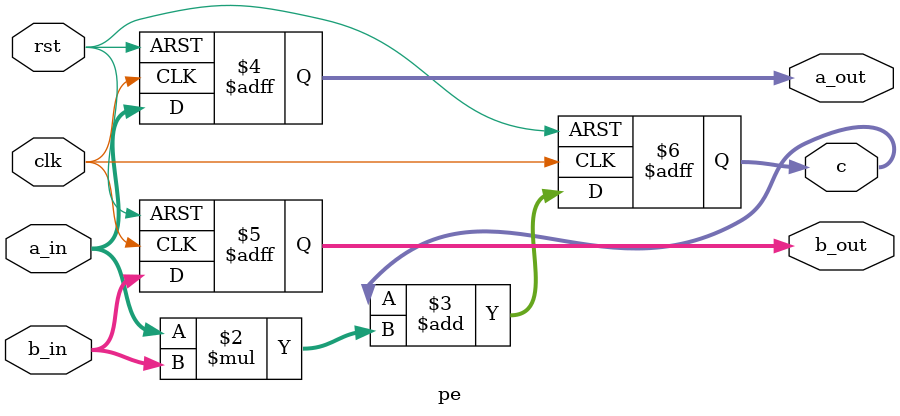
<source format=v>
`timescale 1ns / 1ps
module pe (
    input clk,          
    input rst,         
    input [7:0] a_in,   
    input [7:0] b_in,   
    output reg [7:0] a_out, 
    output reg [7:0] b_out, 
    output reg [15:0] c   
);
    always @(posedge clk or posedge rst) begin
        if (rst) begin
            a_out <= 0;
            b_out <= 0;
            c <= 0;
        end else begin
            a_out <= a_in;
            b_out <= b_in;
            c <= c + (a_in * b_in);
        end
    end
endmodule


</source>
